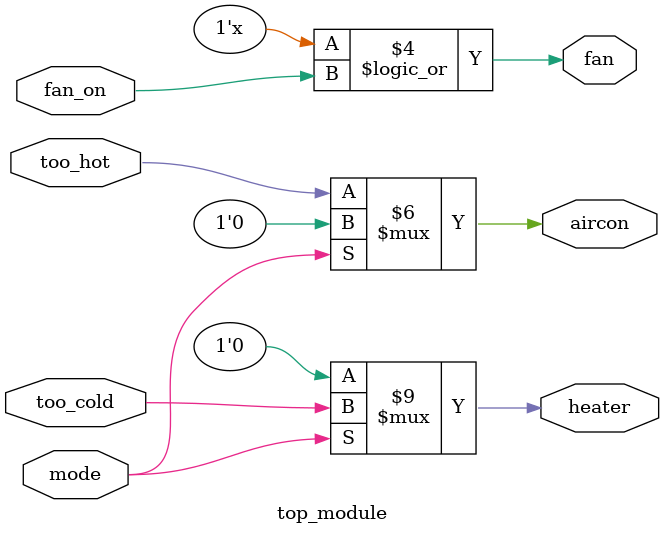
<source format=sv>
module top_module(
    input mode,
    input too_cold,
    input too_hot,
    input fan_on,
    output reg heater,
    output reg aircon,
    output reg fan
);

always @(*) begin
    if (mode == 1) begin
        heater <= too_cold;
        aircon <= 0;
    end else begin
        heater <= 0;
        aircon <= too_hot;
    end
    fan <= (heater || aircon || fan_on);
end

endmodule

</source>
